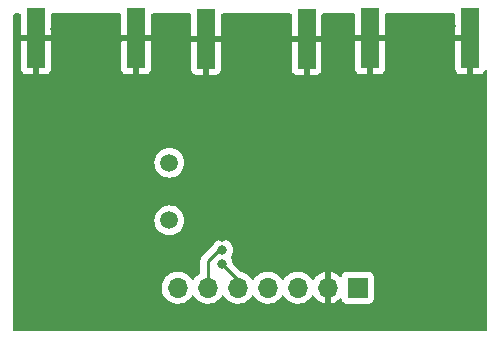
<source format=gbr>
%TF.GenerationSoftware,KiCad,Pcbnew,(6.0.11)*%
%TF.CreationDate,2023-11-05T19:40:27-06:00*%
%TF.ProjectId,PLLBoard,504c4c42-6f61-4726-942e-6b696361645f,rev?*%
%TF.SameCoordinates,Original*%
%TF.FileFunction,Copper,L2,Bot*%
%TF.FilePolarity,Positive*%
%FSLAX46Y46*%
G04 Gerber Fmt 4.6, Leading zero omitted, Abs format (unit mm)*
G04 Created by KiCad (PCBNEW (6.0.11)) date 2023-11-05 19:40:27*
%MOMM*%
%LPD*%
G01*
G04 APERTURE LIST*
%TA.AperFunction,ComponentPad*%
%ADD10C,1.500000*%
%TD*%
%TA.AperFunction,SMDPad,CuDef*%
%ADD11R,1.500000X5.080000*%
%TD*%
%TA.AperFunction,ComponentPad*%
%ADD12R,1.700000X1.700000*%
%TD*%
%TA.AperFunction,ComponentPad*%
%ADD13O,1.700000X1.700000*%
%TD*%
%TA.AperFunction,ViaPad*%
%ADD14C,0.800000*%
%TD*%
%TA.AperFunction,Conductor*%
%ADD15C,0.250000*%
%TD*%
G04 APERTURE END LIST*
D10*
%TO.P,Y2,1,1*%
%TO.N,Net-(U2-Pad2)*%
X61468000Y-73914000D03*
%TO.P,Y2,2,2*%
%TO.N,Net-(U2-Pad3)*%
X61468000Y-69034000D03*
%TD*%
D11*
%TO.P,J4,2,Ext*%
%TO.N,GND*%
X78440000Y-58500000D03*
X86940000Y-58500000D03*
%TD*%
%TO.P,J3,2,Ext*%
%TO.N,GND*%
X64584000Y-58547000D03*
X73084000Y-58547000D03*
%TD*%
%TO.P,J2,2,Ext*%
%TO.N,GND*%
X50160000Y-58510000D03*
X58660000Y-58510000D03*
%TD*%
D12*
%TO.P,J1,1,Pin_1*%
%TO.N,VIN*%
X77419200Y-79603600D03*
D13*
%TO.P,J1,2,Pin_2*%
%TO.N,GND*%
X74879200Y-79603600D03*
%TO.P,J1,3,Pin_3*%
%TO.N,SDA*%
X72339200Y-79603600D03*
%TO.P,J1,4,Pin_4*%
%TO.N,SCL*%
X69799200Y-79603600D03*
%TO.P,J1,5,Pin_5*%
%TO.N,CLK2*%
X67259200Y-79603600D03*
%TO.P,J1,6,Pin_6*%
%TO.N,CLK1*%
X64719200Y-79603600D03*
%TO.P,J1,7,Pin_7*%
%TO.N,CLK0*%
X62179200Y-79603600D03*
%TD*%
D14*
%TO.N,GND*%
X50376299Y-79671701D03*
X50292000Y-78232000D03*
X50890520Y-67373173D03*
X51760000Y-57670000D03*
X65960000Y-75340000D03*
X62839600Y-59588400D03*
X51880000Y-60160000D03*
X80520000Y-78210000D03*
X80580000Y-74080000D03*
X67010000Y-72460000D03*
X76450000Y-59570000D03*
X74942700Y-59321700D03*
X56250000Y-74890000D03*
X60530000Y-59710000D03*
X68350000Y-72140000D03*
X85310000Y-57480000D03*
X69910000Y-76080000D03*
X82245200Y-80010000D03*
X78820000Y-74120000D03*
X60490000Y-58250000D03*
X70903500Y-73250000D03*
X52634062Y-65602844D03*
X62839600Y-57912000D03*
X83270000Y-65860000D03*
X74930000Y-57658000D03*
X57965500Y-74970000D03*
X76400000Y-57470000D03*
X56775500Y-69450498D03*
X81422014Y-65967901D03*
X85140000Y-59690000D03*
%TO.N,CLK1*%
X65960000Y-76430000D03*
%TO.N,CLK2*%
X65910000Y-77610000D03*
%TD*%
D15*
%TO.N,CLK1*%
X65960000Y-76430000D02*
X65650000Y-76430000D01*
X65650000Y-76430000D02*
X64719200Y-77360800D01*
X64719200Y-77360800D02*
X64719200Y-79603600D01*
%TO.N,CLK2*%
X65910000Y-77610000D02*
X67259200Y-78959200D01*
X67259200Y-78959200D02*
X67259200Y-79603600D01*
%TD*%
%TA.AperFunction,Conductor*%
%TO.N,GND*%
G36*
X48844121Y-56408502D02*
G01*
X48890614Y-56462158D01*
X48902000Y-56514500D01*
X48902000Y-58237885D01*
X48906475Y-58253124D01*
X48907865Y-58254329D01*
X48915548Y-58256000D01*
X51399884Y-58256000D01*
X51415123Y-58251525D01*
X51416328Y-58250135D01*
X51417999Y-58242452D01*
X51417999Y-56514500D01*
X51438001Y-56446379D01*
X51491657Y-56399886D01*
X51543999Y-56388500D01*
X57276000Y-56388500D01*
X57344121Y-56408502D01*
X57390614Y-56462158D01*
X57402000Y-56514500D01*
X57402000Y-58237885D01*
X57406475Y-58253124D01*
X57407865Y-58254329D01*
X57415548Y-58256000D01*
X59899884Y-58256000D01*
X59915123Y-58251525D01*
X59916328Y-58250135D01*
X59917999Y-58242452D01*
X59917999Y-56514500D01*
X59938001Y-56446379D01*
X59991657Y-56399886D01*
X60043999Y-56388500D01*
X63200000Y-56388500D01*
X63268121Y-56408502D01*
X63314614Y-56462158D01*
X63326000Y-56514500D01*
X63326000Y-58274885D01*
X63330475Y-58290124D01*
X63331865Y-58291329D01*
X63339548Y-58293000D01*
X65823884Y-58293000D01*
X65839123Y-58288525D01*
X65840328Y-58287135D01*
X65841999Y-58279452D01*
X65841999Y-56514500D01*
X65862001Y-56446379D01*
X65915657Y-56399886D01*
X65967999Y-56388500D01*
X71700000Y-56388500D01*
X71768121Y-56408502D01*
X71814614Y-56462158D01*
X71826000Y-56514500D01*
X71826000Y-58274885D01*
X71830475Y-58290124D01*
X71831865Y-58291329D01*
X71839548Y-58293000D01*
X74323884Y-58293000D01*
X74339123Y-58288525D01*
X74340328Y-58287135D01*
X74341999Y-58279452D01*
X74341999Y-56514500D01*
X74362001Y-56446379D01*
X74415657Y-56399886D01*
X74467999Y-56388500D01*
X77056000Y-56388500D01*
X77124121Y-56408502D01*
X77170614Y-56462158D01*
X77182000Y-56514500D01*
X77182000Y-58227885D01*
X77186475Y-58243124D01*
X77187865Y-58244329D01*
X77195548Y-58246000D01*
X79679884Y-58246000D01*
X79695123Y-58241525D01*
X79696328Y-58240135D01*
X79697999Y-58232452D01*
X79697999Y-56514500D01*
X79718001Y-56446379D01*
X79771657Y-56399886D01*
X79823999Y-56388500D01*
X85556000Y-56388500D01*
X85624121Y-56408502D01*
X85670614Y-56462158D01*
X85682000Y-56514500D01*
X85682000Y-58227885D01*
X85686475Y-58243124D01*
X85687865Y-58244329D01*
X85695548Y-58246000D01*
X87068000Y-58246000D01*
X87136121Y-58266002D01*
X87182614Y-58319658D01*
X87194000Y-58372000D01*
X87194000Y-61529884D01*
X87198475Y-61545123D01*
X87199865Y-61546328D01*
X87207548Y-61547999D01*
X87734669Y-61547999D01*
X87741490Y-61547629D01*
X87792352Y-61542105D01*
X87807604Y-61538479D01*
X87928054Y-61493324D01*
X87943649Y-61484786D01*
X88045724Y-61408285D01*
X88058285Y-61395724D01*
X88134786Y-61293649D01*
X88143324Y-61278054D01*
X88147518Y-61266867D01*
X88190160Y-61210102D01*
X88256722Y-61185403D01*
X88326071Y-61200611D01*
X88376189Y-61250897D01*
X88391500Y-61311097D01*
X88391500Y-83185500D01*
X88371498Y-83253621D01*
X88317842Y-83300114D01*
X88265500Y-83311500D01*
X48386500Y-83311500D01*
X48318379Y-83291498D01*
X48271886Y-83237842D01*
X48260500Y-83185500D01*
X48260500Y-79570295D01*
X60816451Y-79570295D01*
X60829310Y-79793315D01*
X60830447Y-79798361D01*
X60830448Y-79798367D01*
X60851475Y-79891669D01*
X60878422Y-80011239D01*
X60962466Y-80218216D01*
X61014142Y-80302544D01*
X61076491Y-80404288D01*
X61079187Y-80408688D01*
X61225450Y-80577538D01*
X61397326Y-80720232D01*
X61590200Y-80832938D01*
X61798892Y-80912630D01*
X61803960Y-80913661D01*
X61803963Y-80913662D01*
X61899062Y-80933010D01*
X62017797Y-80957167D01*
X62022972Y-80957357D01*
X62022974Y-80957357D01*
X62235873Y-80965164D01*
X62235877Y-80965164D01*
X62241037Y-80965353D01*
X62246157Y-80964697D01*
X62246159Y-80964697D01*
X62457488Y-80937625D01*
X62457489Y-80937625D01*
X62462616Y-80936968D01*
X62467566Y-80935483D01*
X62671629Y-80874261D01*
X62671634Y-80874259D01*
X62676584Y-80872774D01*
X62877194Y-80774496D01*
X63059060Y-80644773D01*
X63217296Y-80487089D01*
X63276794Y-80404289D01*
X63347653Y-80305677D01*
X63348976Y-80306628D01*
X63395845Y-80263457D01*
X63465780Y-80251225D01*
X63531226Y-80278744D01*
X63559075Y-80310594D01*
X63619187Y-80408688D01*
X63765450Y-80577538D01*
X63937326Y-80720232D01*
X64130200Y-80832938D01*
X64338892Y-80912630D01*
X64343960Y-80913661D01*
X64343963Y-80913662D01*
X64439062Y-80933010D01*
X64557797Y-80957167D01*
X64562972Y-80957357D01*
X64562974Y-80957357D01*
X64775873Y-80965164D01*
X64775877Y-80965164D01*
X64781037Y-80965353D01*
X64786157Y-80964697D01*
X64786159Y-80964697D01*
X64997488Y-80937625D01*
X64997489Y-80937625D01*
X65002616Y-80936968D01*
X65007566Y-80935483D01*
X65211629Y-80874261D01*
X65211634Y-80874259D01*
X65216584Y-80872774D01*
X65417194Y-80774496D01*
X65599060Y-80644773D01*
X65757296Y-80487089D01*
X65816794Y-80404289D01*
X65887653Y-80305677D01*
X65888976Y-80306628D01*
X65935845Y-80263457D01*
X66005780Y-80251225D01*
X66071226Y-80278744D01*
X66099075Y-80310594D01*
X66159187Y-80408688D01*
X66305450Y-80577538D01*
X66477326Y-80720232D01*
X66670200Y-80832938D01*
X66878892Y-80912630D01*
X66883960Y-80913661D01*
X66883963Y-80913662D01*
X66979062Y-80933010D01*
X67097797Y-80957167D01*
X67102972Y-80957357D01*
X67102974Y-80957357D01*
X67315873Y-80965164D01*
X67315877Y-80965164D01*
X67321037Y-80965353D01*
X67326157Y-80964697D01*
X67326159Y-80964697D01*
X67537488Y-80937625D01*
X67537489Y-80937625D01*
X67542616Y-80936968D01*
X67547566Y-80935483D01*
X67751629Y-80874261D01*
X67751634Y-80874259D01*
X67756584Y-80872774D01*
X67957194Y-80774496D01*
X68139060Y-80644773D01*
X68297296Y-80487089D01*
X68356794Y-80404289D01*
X68427653Y-80305677D01*
X68428976Y-80306628D01*
X68475845Y-80263457D01*
X68545780Y-80251225D01*
X68611226Y-80278744D01*
X68639075Y-80310594D01*
X68699187Y-80408688D01*
X68845450Y-80577538D01*
X69017326Y-80720232D01*
X69210200Y-80832938D01*
X69418892Y-80912630D01*
X69423960Y-80913661D01*
X69423963Y-80913662D01*
X69519062Y-80933010D01*
X69637797Y-80957167D01*
X69642972Y-80957357D01*
X69642974Y-80957357D01*
X69855873Y-80965164D01*
X69855877Y-80965164D01*
X69861037Y-80965353D01*
X69866157Y-80964697D01*
X69866159Y-80964697D01*
X70077488Y-80937625D01*
X70077489Y-80937625D01*
X70082616Y-80936968D01*
X70087566Y-80935483D01*
X70291629Y-80874261D01*
X70291634Y-80874259D01*
X70296584Y-80872774D01*
X70497194Y-80774496D01*
X70679060Y-80644773D01*
X70837296Y-80487089D01*
X70896794Y-80404289D01*
X70967653Y-80305677D01*
X70968976Y-80306628D01*
X71015845Y-80263457D01*
X71085780Y-80251225D01*
X71151226Y-80278744D01*
X71179075Y-80310594D01*
X71239187Y-80408688D01*
X71385450Y-80577538D01*
X71557326Y-80720232D01*
X71750200Y-80832938D01*
X71958892Y-80912630D01*
X71963960Y-80913661D01*
X71963963Y-80913662D01*
X72059062Y-80933010D01*
X72177797Y-80957167D01*
X72182972Y-80957357D01*
X72182974Y-80957357D01*
X72395873Y-80965164D01*
X72395877Y-80965164D01*
X72401037Y-80965353D01*
X72406157Y-80964697D01*
X72406159Y-80964697D01*
X72617488Y-80937625D01*
X72617489Y-80937625D01*
X72622616Y-80936968D01*
X72627566Y-80935483D01*
X72831629Y-80874261D01*
X72831634Y-80874259D01*
X72836584Y-80872774D01*
X73037194Y-80774496D01*
X73219060Y-80644773D01*
X73377296Y-80487089D01*
X73436794Y-80404289D01*
X73507653Y-80305677D01*
X73508840Y-80306530D01*
X73556160Y-80262962D01*
X73626097Y-80250745D01*
X73691538Y-80278278D01*
X73719366Y-80310111D01*
X73776894Y-80403988D01*
X73782977Y-80412299D01*
X73922413Y-80573267D01*
X73929780Y-80580483D01*
X74093634Y-80716516D01*
X74102081Y-80722431D01*
X74285956Y-80829879D01*
X74295242Y-80834329D01*
X74494201Y-80910303D01*
X74504099Y-80913179D01*
X74607450Y-80934206D01*
X74621499Y-80933010D01*
X74625200Y-80922665D01*
X74625200Y-80922117D01*
X75133200Y-80922117D01*
X75137264Y-80935959D01*
X75150678Y-80937993D01*
X75157384Y-80937134D01*
X75167462Y-80934992D01*
X75371455Y-80873791D01*
X75381042Y-80870033D01*
X75572295Y-80776339D01*
X75581145Y-80771064D01*
X75754528Y-80647392D01*
X75762393Y-80640745D01*
X75867097Y-80536405D01*
X75929468Y-80502489D01*
X76000275Y-80507677D01*
X76057037Y-80550323D01*
X76074019Y-80581426D01*
X76118585Y-80700305D01*
X76205939Y-80816861D01*
X76322495Y-80904215D01*
X76458884Y-80955345D01*
X76521066Y-80962100D01*
X78317334Y-80962100D01*
X78379516Y-80955345D01*
X78515905Y-80904215D01*
X78632461Y-80816861D01*
X78719815Y-80700305D01*
X78770945Y-80563916D01*
X78777700Y-80501734D01*
X78777700Y-78705466D01*
X78770945Y-78643284D01*
X78719815Y-78506895D01*
X78632461Y-78390339D01*
X78515905Y-78302985D01*
X78379516Y-78251855D01*
X78317334Y-78245100D01*
X76521066Y-78245100D01*
X76458884Y-78251855D01*
X76322495Y-78302985D01*
X76205939Y-78390339D01*
X76118585Y-78506895D01*
X76115433Y-78515303D01*
X76115432Y-78515305D01*
X76073922Y-78626033D01*
X76031281Y-78682798D01*
X75964719Y-78707498D01*
X75895370Y-78692291D01*
X75862746Y-78666604D01*
X75811999Y-78610834D01*
X75804473Y-78603815D01*
X75637339Y-78471822D01*
X75628752Y-78466117D01*
X75442317Y-78363199D01*
X75432905Y-78358969D01*
X75232159Y-78287880D01*
X75222188Y-78285246D01*
X75151037Y-78272572D01*
X75137740Y-78274032D01*
X75133200Y-78288589D01*
X75133200Y-80922117D01*
X74625200Y-80922117D01*
X74625200Y-78286702D01*
X74621282Y-78273358D01*
X74607006Y-78271371D01*
X74568524Y-78277260D01*
X74558488Y-78279651D01*
X74356068Y-78345812D01*
X74346559Y-78349809D01*
X74157663Y-78448142D01*
X74148938Y-78453636D01*
X73978633Y-78581505D01*
X73970926Y-78588348D01*
X73823790Y-78742317D01*
X73817309Y-78750322D01*
X73712698Y-78903674D01*
X73657787Y-78948676D01*
X73587262Y-78956847D01*
X73523515Y-78925593D01*
X73502818Y-78901109D01*
X73422022Y-78776217D01*
X73422020Y-78776214D01*
X73419214Y-78771877D01*
X73268870Y-78606651D01*
X73264819Y-78603452D01*
X73264815Y-78603448D01*
X73097614Y-78471400D01*
X73097610Y-78471398D01*
X73093559Y-78468198D01*
X73057228Y-78448142D01*
X72973188Y-78401750D01*
X72897989Y-78360238D01*
X72893120Y-78358514D01*
X72893116Y-78358512D01*
X72692287Y-78287395D01*
X72692283Y-78287394D01*
X72687412Y-78285669D01*
X72682319Y-78284762D01*
X72682316Y-78284761D01*
X72472573Y-78247400D01*
X72472567Y-78247399D01*
X72467484Y-78246494D01*
X72393652Y-78245592D01*
X72249281Y-78243828D01*
X72249279Y-78243828D01*
X72244111Y-78243765D01*
X72023291Y-78277555D01*
X71810956Y-78346957D01*
X71737957Y-78384958D01*
X71706217Y-78401481D01*
X71612807Y-78450107D01*
X71608674Y-78453210D01*
X71608671Y-78453212D01*
X71472563Y-78555405D01*
X71434165Y-78584235D01*
X71279829Y-78745738D01*
X71172401Y-78903221D01*
X71117493Y-78948221D01*
X71046968Y-78956392D01*
X70983221Y-78925138D01*
X70962524Y-78900654D01*
X70882022Y-78776217D01*
X70882020Y-78776214D01*
X70879214Y-78771877D01*
X70728870Y-78606651D01*
X70724819Y-78603452D01*
X70724815Y-78603448D01*
X70557614Y-78471400D01*
X70557610Y-78471398D01*
X70553559Y-78468198D01*
X70517228Y-78448142D01*
X70433188Y-78401750D01*
X70357989Y-78360238D01*
X70353120Y-78358514D01*
X70353116Y-78358512D01*
X70152287Y-78287395D01*
X70152283Y-78287394D01*
X70147412Y-78285669D01*
X70142319Y-78284762D01*
X70142316Y-78284761D01*
X69932573Y-78247400D01*
X69932567Y-78247399D01*
X69927484Y-78246494D01*
X69853652Y-78245592D01*
X69709281Y-78243828D01*
X69709279Y-78243828D01*
X69704111Y-78243765D01*
X69483291Y-78277555D01*
X69270956Y-78346957D01*
X69197957Y-78384958D01*
X69166217Y-78401481D01*
X69072807Y-78450107D01*
X69068674Y-78453210D01*
X69068671Y-78453212D01*
X68932563Y-78555405D01*
X68894165Y-78584235D01*
X68739829Y-78745738D01*
X68632401Y-78903221D01*
X68577493Y-78948221D01*
X68506968Y-78956392D01*
X68443221Y-78925138D01*
X68422524Y-78900654D01*
X68342022Y-78776217D01*
X68342020Y-78776214D01*
X68339214Y-78771877D01*
X68188870Y-78606651D01*
X68184819Y-78603452D01*
X68184815Y-78603448D01*
X68017614Y-78471400D01*
X68017610Y-78471398D01*
X68013559Y-78468198D01*
X67977228Y-78448142D01*
X67893188Y-78401750D01*
X67817989Y-78360238D01*
X67813120Y-78358514D01*
X67813116Y-78358512D01*
X67612287Y-78287395D01*
X67612283Y-78287394D01*
X67607412Y-78285669D01*
X67493290Y-78265341D01*
X67426294Y-78230390D01*
X66857122Y-77661218D01*
X66823096Y-77598906D01*
X66820907Y-77585293D01*
X66804232Y-77426635D01*
X66804232Y-77426633D01*
X66803542Y-77420072D01*
X66744527Y-77238444D01*
X66683889Y-77133416D01*
X66677019Y-77121516D01*
X66660281Y-77052520D01*
X66683502Y-76985429D01*
X66692503Y-76974204D01*
X66694621Y-76971852D01*
X66694622Y-76971851D01*
X66699040Y-76966944D01*
X66794527Y-76801556D01*
X66853542Y-76619928D01*
X66873504Y-76430000D01*
X66853542Y-76240072D01*
X66794527Y-76058444D01*
X66699040Y-75893056D01*
X66571253Y-75751134D01*
X66416752Y-75638882D01*
X66410724Y-75636198D01*
X66410722Y-75636197D01*
X66248319Y-75563891D01*
X66248318Y-75563891D01*
X66242288Y-75561206D01*
X66148887Y-75541353D01*
X66061944Y-75522872D01*
X66061939Y-75522872D01*
X66055487Y-75521500D01*
X65864513Y-75521500D01*
X65858061Y-75522872D01*
X65858056Y-75522872D01*
X65771113Y-75541353D01*
X65677712Y-75561206D01*
X65671682Y-75563891D01*
X65671681Y-75563891D01*
X65509278Y-75636197D01*
X65509276Y-75636198D01*
X65503248Y-75638882D01*
X65348747Y-75751134D01*
X65220960Y-75893056D01*
X65217659Y-75898774D01*
X65133523Y-76044501D01*
X65113499Y-76070597D01*
X64326942Y-76857153D01*
X64318663Y-76864687D01*
X64312182Y-76868800D01*
X64265557Y-76918451D01*
X64262802Y-76921293D01*
X64243065Y-76941030D01*
X64240585Y-76944227D01*
X64232882Y-76953247D01*
X64202614Y-76985479D01*
X64198795Y-76992425D01*
X64198793Y-76992428D01*
X64192852Y-77003234D01*
X64182001Y-77019753D01*
X64169586Y-77035759D01*
X64166441Y-77043028D01*
X64166438Y-77043032D01*
X64152026Y-77076337D01*
X64146809Y-77086987D01*
X64125505Y-77125740D01*
X64123534Y-77133415D01*
X64123534Y-77133416D01*
X64120467Y-77145362D01*
X64114063Y-77164066D01*
X64106019Y-77182655D01*
X64104780Y-77190478D01*
X64104777Y-77190488D01*
X64099101Y-77226324D01*
X64096695Y-77237944D01*
X64085700Y-77280770D01*
X64085700Y-77301024D01*
X64084149Y-77320734D01*
X64080980Y-77340743D01*
X64081726Y-77348635D01*
X64085141Y-77384761D01*
X64085700Y-77396619D01*
X64085700Y-78325292D01*
X64065698Y-78393413D01*
X64017883Y-78437053D01*
X63992807Y-78450107D01*
X63988674Y-78453210D01*
X63988671Y-78453212D01*
X63852563Y-78555405D01*
X63814165Y-78584235D01*
X63659829Y-78745738D01*
X63552401Y-78903221D01*
X63497493Y-78948221D01*
X63426968Y-78956392D01*
X63363221Y-78925138D01*
X63342524Y-78900654D01*
X63262022Y-78776217D01*
X63262020Y-78776214D01*
X63259214Y-78771877D01*
X63108870Y-78606651D01*
X63104819Y-78603452D01*
X63104815Y-78603448D01*
X62937614Y-78471400D01*
X62937610Y-78471398D01*
X62933559Y-78468198D01*
X62897228Y-78448142D01*
X62813188Y-78401750D01*
X62737989Y-78360238D01*
X62733120Y-78358514D01*
X62733116Y-78358512D01*
X62532287Y-78287395D01*
X62532283Y-78287394D01*
X62527412Y-78285669D01*
X62522319Y-78284762D01*
X62522316Y-78284761D01*
X62312573Y-78247400D01*
X62312567Y-78247399D01*
X62307484Y-78246494D01*
X62233652Y-78245592D01*
X62089281Y-78243828D01*
X62089279Y-78243828D01*
X62084111Y-78243765D01*
X61863291Y-78277555D01*
X61650956Y-78346957D01*
X61577957Y-78384958D01*
X61546217Y-78401481D01*
X61452807Y-78450107D01*
X61448674Y-78453210D01*
X61448671Y-78453212D01*
X61312563Y-78555405D01*
X61274165Y-78584235D01*
X61119829Y-78745738D01*
X61116920Y-78750003D01*
X61116914Y-78750011D01*
X61104609Y-78768050D01*
X60993943Y-78930280D01*
X60899888Y-79132905D01*
X60840189Y-79348170D01*
X60816451Y-79570295D01*
X48260500Y-79570295D01*
X48260500Y-73914000D01*
X60204693Y-73914000D01*
X60223885Y-74133371D01*
X60280880Y-74346076D01*
X60283205Y-74351061D01*
X60371618Y-74540666D01*
X60371621Y-74540671D01*
X60373944Y-74545653D01*
X60500251Y-74726038D01*
X60655962Y-74881749D01*
X60836346Y-75008056D01*
X61035924Y-75101120D01*
X61248629Y-75158115D01*
X61468000Y-75177307D01*
X61687371Y-75158115D01*
X61900076Y-75101120D01*
X62099654Y-75008056D01*
X62280038Y-74881749D01*
X62435749Y-74726038D01*
X62562056Y-74545653D01*
X62564379Y-74540671D01*
X62564382Y-74540666D01*
X62652795Y-74351061D01*
X62655120Y-74346076D01*
X62712115Y-74133371D01*
X62731307Y-73914000D01*
X62712115Y-73694629D01*
X62655120Y-73481924D01*
X62611585Y-73388562D01*
X62564382Y-73287334D01*
X62564379Y-73287329D01*
X62562056Y-73282347D01*
X62435749Y-73101962D01*
X62280038Y-72946251D01*
X62099654Y-72819944D01*
X61900076Y-72726880D01*
X61687371Y-72669885D01*
X61468000Y-72650693D01*
X61248629Y-72669885D01*
X61035924Y-72726880D01*
X60942562Y-72770415D01*
X60841334Y-72817618D01*
X60841329Y-72817621D01*
X60836347Y-72819944D01*
X60831840Y-72823100D01*
X60831838Y-72823101D01*
X60660473Y-72943092D01*
X60660470Y-72943094D01*
X60655962Y-72946251D01*
X60500251Y-73101962D01*
X60373944Y-73282347D01*
X60371621Y-73287329D01*
X60371618Y-73287334D01*
X60324415Y-73388562D01*
X60280880Y-73481924D01*
X60223885Y-73694629D01*
X60204693Y-73914000D01*
X48260500Y-73914000D01*
X48260500Y-69034000D01*
X60204693Y-69034000D01*
X60223885Y-69253371D01*
X60280880Y-69466076D01*
X60283205Y-69471061D01*
X60371618Y-69660666D01*
X60371621Y-69660671D01*
X60373944Y-69665653D01*
X60500251Y-69846038D01*
X60655962Y-70001749D01*
X60836346Y-70128056D01*
X61035924Y-70221120D01*
X61248629Y-70278115D01*
X61468000Y-70297307D01*
X61687371Y-70278115D01*
X61900076Y-70221120D01*
X62099654Y-70128056D01*
X62280038Y-70001749D01*
X62435749Y-69846038D01*
X62562056Y-69665653D01*
X62564379Y-69660671D01*
X62564382Y-69660666D01*
X62652795Y-69471061D01*
X62655120Y-69466076D01*
X62712115Y-69253371D01*
X62731307Y-69034000D01*
X62712115Y-68814629D01*
X62655120Y-68601924D01*
X62611585Y-68508562D01*
X62564382Y-68407334D01*
X62564379Y-68407329D01*
X62562056Y-68402347D01*
X62435749Y-68221962D01*
X62280038Y-68066251D01*
X62099654Y-67939944D01*
X61900076Y-67846880D01*
X61687371Y-67789885D01*
X61468000Y-67770693D01*
X61248629Y-67789885D01*
X61035924Y-67846880D01*
X60942562Y-67890415D01*
X60841334Y-67937618D01*
X60841329Y-67937621D01*
X60836347Y-67939944D01*
X60831840Y-67943100D01*
X60831838Y-67943101D01*
X60660473Y-68063092D01*
X60660470Y-68063094D01*
X60655962Y-68066251D01*
X60500251Y-68221962D01*
X60373944Y-68402347D01*
X60371621Y-68407329D01*
X60371618Y-68407334D01*
X60324415Y-68508562D01*
X60280880Y-68601924D01*
X60223885Y-68814629D01*
X60204693Y-69034000D01*
X48260500Y-69034000D01*
X48260500Y-61094669D01*
X48902001Y-61094669D01*
X48902371Y-61101490D01*
X48907895Y-61152352D01*
X48911521Y-61167604D01*
X48956676Y-61288054D01*
X48965214Y-61303649D01*
X49041715Y-61405724D01*
X49054276Y-61418285D01*
X49156351Y-61494786D01*
X49171946Y-61503324D01*
X49292394Y-61548478D01*
X49307649Y-61552105D01*
X49358514Y-61557631D01*
X49365328Y-61558000D01*
X49887885Y-61558000D01*
X49903124Y-61553525D01*
X49904329Y-61552135D01*
X49906000Y-61544452D01*
X49906000Y-61539884D01*
X50414000Y-61539884D01*
X50418475Y-61555123D01*
X50419865Y-61556328D01*
X50427548Y-61557999D01*
X50954669Y-61557999D01*
X50961490Y-61557629D01*
X51012352Y-61552105D01*
X51027604Y-61548479D01*
X51148054Y-61503324D01*
X51163649Y-61494786D01*
X51265724Y-61418285D01*
X51278285Y-61405724D01*
X51354786Y-61303649D01*
X51363324Y-61288054D01*
X51408478Y-61167606D01*
X51412105Y-61152351D01*
X51417631Y-61101486D01*
X51418000Y-61094672D01*
X51418000Y-61094669D01*
X57402001Y-61094669D01*
X57402371Y-61101490D01*
X57407895Y-61152352D01*
X57411521Y-61167604D01*
X57456676Y-61288054D01*
X57465214Y-61303649D01*
X57541715Y-61405724D01*
X57554276Y-61418285D01*
X57656351Y-61494786D01*
X57671946Y-61503324D01*
X57792394Y-61548478D01*
X57807649Y-61552105D01*
X57858514Y-61557631D01*
X57865328Y-61558000D01*
X58387885Y-61558000D01*
X58403124Y-61553525D01*
X58404329Y-61552135D01*
X58406000Y-61544452D01*
X58406000Y-61539884D01*
X58914000Y-61539884D01*
X58918475Y-61555123D01*
X58919865Y-61556328D01*
X58927548Y-61557999D01*
X59454669Y-61557999D01*
X59461490Y-61557629D01*
X59512352Y-61552105D01*
X59527604Y-61548479D01*
X59648054Y-61503324D01*
X59663649Y-61494786D01*
X59765724Y-61418285D01*
X59778285Y-61405724D01*
X59854786Y-61303649D01*
X59863324Y-61288054D01*
X59908478Y-61167606D01*
X59912105Y-61152351D01*
X59914352Y-61131669D01*
X63326001Y-61131669D01*
X63326371Y-61138490D01*
X63331895Y-61189352D01*
X63335521Y-61204604D01*
X63380676Y-61325054D01*
X63389214Y-61340649D01*
X63465715Y-61442724D01*
X63478276Y-61455285D01*
X63580351Y-61531786D01*
X63595946Y-61540324D01*
X63716394Y-61585478D01*
X63731649Y-61589105D01*
X63782514Y-61594631D01*
X63789328Y-61595000D01*
X64311885Y-61595000D01*
X64327124Y-61590525D01*
X64328329Y-61589135D01*
X64330000Y-61581452D01*
X64330000Y-61576884D01*
X64838000Y-61576884D01*
X64842475Y-61592123D01*
X64843865Y-61593328D01*
X64851548Y-61594999D01*
X65378669Y-61594999D01*
X65385490Y-61594629D01*
X65436352Y-61589105D01*
X65451604Y-61585479D01*
X65572054Y-61540324D01*
X65587649Y-61531786D01*
X65689724Y-61455285D01*
X65702285Y-61442724D01*
X65778786Y-61340649D01*
X65787324Y-61325054D01*
X65832478Y-61204606D01*
X65836105Y-61189351D01*
X65841631Y-61138486D01*
X65842000Y-61131672D01*
X65842000Y-61131669D01*
X71826001Y-61131669D01*
X71826371Y-61138490D01*
X71831895Y-61189352D01*
X71835521Y-61204604D01*
X71880676Y-61325054D01*
X71889214Y-61340649D01*
X71965715Y-61442724D01*
X71978276Y-61455285D01*
X72080351Y-61531786D01*
X72095946Y-61540324D01*
X72216394Y-61585478D01*
X72231649Y-61589105D01*
X72282514Y-61594631D01*
X72289328Y-61595000D01*
X72811885Y-61595000D01*
X72827124Y-61590525D01*
X72828329Y-61589135D01*
X72830000Y-61581452D01*
X72830000Y-61576884D01*
X73338000Y-61576884D01*
X73342475Y-61592123D01*
X73343865Y-61593328D01*
X73351548Y-61594999D01*
X73878669Y-61594999D01*
X73885490Y-61594629D01*
X73936352Y-61589105D01*
X73951604Y-61585479D01*
X74072054Y-61540324D01*
X74087649Y-61531786D01*
X74189724Y-61455285D01*
X74202285Y-61442724D01*
X74278786Y-61340649D01*
X74287324Y-61325054D01*
X74332478Y-61204606D01*
X74336105Y-61189351D01*
X74341631Y-61138486D01*
X74342000Y-61131672D01*
X74342000Y-61084669D01*
X77182001Y-61084669D01*
X77182371Y-61091490D01*
X77187895Y-61142352D01*
X77191521Y-61157604D01*
X77236676Y-61278054D01*
X77245214Y-61293649D01*
X77321715Y-61395724D01*
X77334276Y-61408285D01*
X77436351Y-61484786D01*
X77451946Y-61493324D01*
X77572394Y-61538478D01*
X77587649Y-61542105D01*
X77638514Y-61547631D01*
X77645328Y-61548000D01*
X78167885Y-61548000D01*
X78183124Y-61543525D01*
X78184329Y-61542135D01*
X78186000Y-61534452D01*
X78186000Y-61529884D01*
X78694000Y-61529884D01*
X78698475Y-61545123D01*
X78699865Y-61546328D01*
X78707548Y-61547999D01*
X79234669Y-61547999D01*
X79241490Y-61547629D01*
X79292352Y-61542105D01*
X79307604Y-61538479D01*
X79428054Y-61493324D01*
X79443649Y-61484786D01*
X79545724Y-61408285D01*
X79558285Y-61395724D01*
X79634786Y-61293649D01*
X79643324Y-61278054D01*
X79688478Y-61157606D01*
X79692105Y-61142351D01*
X79697631Y-61091486D01*
X79698000Y-61084672D01*
X79698000Y-61084669D01*
X85682001Y-61084669D01*
X85682371Y-61091490D01*
X85687895Y-61142352D01*
X85691521Y-61157604D01*
X85736676Y-61278054D01*
X85745214Y-61293649D01*
X85821715Y-61395724D01*
X85834276Y-61408285D01*
X85936351Y-61484786D01*
X85951946Y-61493324D01*
X86072394Y-61538478D01*
X86087649Y-61542105D01*
X86138514Y-61547631D01*
X86145328Y-61548000D01*
X86667885Y-61548000D01*
X86683124Y-61543525D01*
X86684329Y-61542135D01*
X86686000Y-61534452D01*
X86686000Y-58772115D01*
X86681525Y-58756876D01*
X86680135Y-58755671D01*
X86672452Y-58754000D01*
X85700116Y-58754000D01*
X85684877Y-58758475D01*
X85683672Y-58759865D01*
X85682001Y-58767548D01*
X85682001Y-61084669D01*
X79698000Y-61084669D01*
X79698000Y-58772115D01*
X79693525Y-58756876D01*
X79692135Y-58755671D01*
X79684452Y-58754000D01*
X78712115Y-58754000D01*
X78696876Y-58758475D01*
X78695671Y-58759865D01*
X78694000Y-58767548D01*
X78694000Y-61529884D01*
X78186000Y-61529884D01*
X78186000Y-58772115D01*
X78181525Y-58756876D01*
X78180135Y-58755671D01*
X78172452Y-58754000D01*
X77200116Y-58754000D01*
X77184877Y-58758475D01*
X77183672Y-58759865D01*
X77182001Y-58767548D01*
X77182001Y-61084669D01*
X74342000Y-61084669D01*
X74342000Y-58819115D01*
X74337525Y-58803876D01*
X74336135Y-58802671D01*
X74328452Y-58801000D01*
X73356115Y-58801000D01*
X73340876Y-58805475D01*
X73339671Y-58806865D01*
X73338000Y-58814548D01*
X73338000Y-61576884D01*
X72830000Y-61576884D01*
X72830000Y-58819115D01*
X72825525Y-58803876D01*
X72824135Y-58802671D01*
X72816452Y-58801000D01*
X71844116Y-58801000D01*
X71828877Y-58805475D01*
X71827672Y-58806865D01*
X71826001Y-58814548D01*
X71826001Y-61131669D01*
X65842000Y-61131669D01*
X65842000Y-58819115D01*
X65837525Y-58803876D01*
X65836135Y-58802671D01*
X65828452Y-58801000D01*
X64856115Y-58801000D01*
X64840876Y-58805475D01*
X64839671Y-58806865D01*
X64838000Y-58814548D01*
X64838000Y-61576884D01*
X64330000Y-61576884D01*
X64330000Y-58819115D01*
X64325525Y-58803876D01*
X64324135Y-58802671D01*
X64316452Y-58801000D01*
X63344116Y-58801000D01*
X63328877Y-58805475D01*
X63327672Y-58806865D01*
X63326001Y-58814548D01*
X63326001Y-61131669D01*
X59914352Y-61131669D01*
X59917631Y-61101486D01*
X59918000Y-61094672D01*
X59918000Y-58782115D01*
X59913525Y-58766876D01*
X59912135Y-58765671D01*
X59904452Y-58764000D01*
X58932115Y-58764000D01*
X58916876Y-58768475D01*
X58915671Y-58769865D01*
X58914000Y-58777548D01*
X58914000Y-61539884D01*
X58406000Y-61539884D01*
X58406000Y-58782115D01*
X58401525Y-58766876D01*
X58400135Y-58765671D01*
X58392452Y-58764000D01*
X57420116Y-58764000D01*
X57404877Y-58768475D01*
X57403672Y-58769865D01*
X57402001Y-58777548D01*
X57402001Y-61094669D01*
X51418000Y-61094669D01*
X51418000Y-58782115D01*
X51413525Y-58766876D01*
X51412135Y-58765671D01*
X51404452Y-58764000D01*
X50432115Y-58764000D01*
X50416876Y-58768475D01*
X50415671Y-58769865D01*
X50414000Y-58777548D01*
X50414000Y-61539884D01*
X49906000Y-61539884D01*
X49906000Y-58782115D01*
X49901525Y-58766876D01*
X49900135Y-58765671D01*
X49892452Y-58764000D01*
X48920116Y-58764000D01*
X48904877Y-58768475D01*
X48903672Y-58769865D01*
X48902001Y-58777548D01*
X48902001Y-61094669D01*
X48260500Y-61094669D01*
X48260500Y-56514500D01*
X48280502Y-56446379D01*
X48334158Y-56399886D01*
X48386500Y-56388500D01*
X48776000Y-56388500D01*
X48844121Y-56408502D01*
G37*
%TD.AperFunction*%
%TD*%
M02*

</source>
